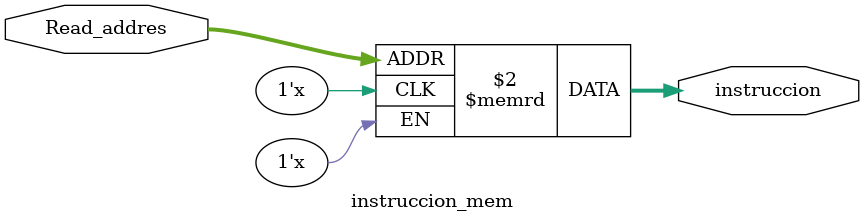
<source format=v>
module instruccion_mem(
    input [31:0] Read_addres,
    output reg [31:0] instruccion
);

reg [31:0] memoria [0:31];

always @(Read_addres) begin
    instruccion = memoria[Read_addres];
end

endmodule
</source>
